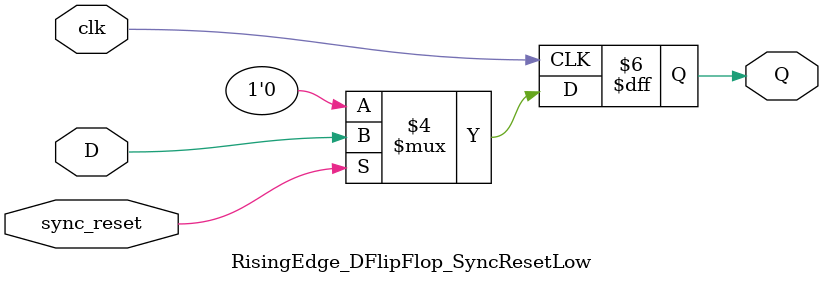
<source format=v>
module RisingEdge_DFlipFlop_SyncResetLow(D,clk,sync_reset,Q);
	input D; // Data input 
	input clk; // clock input 
	input sync_reset; // synchronous reset Low level
	output reg Q; // output Q 
	always @(posedge clk) begin
		if(sync_reset==1'b0)
			Q <= 1'b0; 
		else 
			Q <= D; 
	end 
endmodule
</source>
